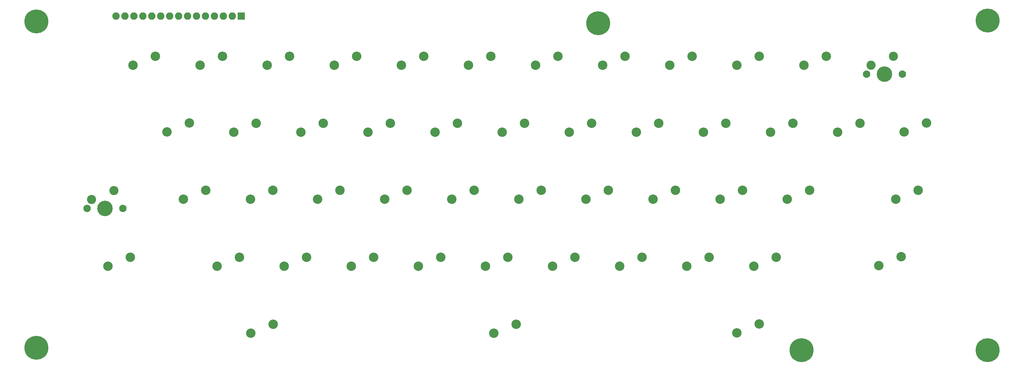
<source format=gbr>
G04 #@! TF.GenerationSoftware,KiCad,Pcbnew,6.0.1-79c1e3a40b~116~ubuntu21.04.1*
G04 #@! TF.CreationDate,2022-06-30T07:28:59-05:00*
G04 #@! TF.ProjectId,Keyboard,4b657962-6f61-4726-942e-6b696361645f,rev?*
G04 #@! TF.SameCoordinates,Original*
G04 #@! TF.FileFunction,Soldermask,Top*
G04 #@! TF.FilePolarity,Negative*
%FSLAX46Y46*%
G04 Gerber Fmt 4.6, Leading zero omitted, Abs format (unit mm)*
G04 Created by KiCad (PCBNEW 6.0.1-79c1e3a40b~116~ubuntu21.04.1) date 2022-06-30 07:28:59*
%MOMM*%
%LPD*%
G01*
G04 APERTURE LIST*
G04 Aperture macros list*
%AMRoundRect*
0 Rectangle with rounded corners*
0 $1 Rounding radius*
0 $2 $3 $4 $5 $6 $7 $8 $9 X,Y pos of 4 corners*
0 Add a 4 corners polygon primitive as box body*
4,1,4,$2,$3,$4,$5,$6,$7,$8,$9,$2,$3,0*
0 Add four circle primitives for the rounded corners*
1,1,$1+$1,$2,$3*
1,1,$1+$1,$4,$5*
1,1,$1+$1,$6,$7*
1,1,$1+$1,$8,$9*
0 Add four rect primitives between the rounded corners*
20,1,$1+$1,$2,$3,$4,$5,0*
20,1,$1+$1,$4,$5,$6,$7,0*
20,1,$1+$1,$6,$7,$8,$9,0*
20,1,$1+$1,$8,$9,$2,$3,0*%
G04 Aperture macros list end*
%ADD10C,2.686000*%
%ADD11C,4.400000*%
%ADD12C,2.100000*%
%ADD13C,2.600000*%
%ADD14C,6.800000*%
%ADD15RoundRect,0.200000X-0.850000X0.850000X-0.850000X-0.850000X0.850000X-0.850000X0.850000X0.850000X0*%
%ADD16O,2.100000X2.100000*%
G04 APERTURE END LIST*
D10*
X245745000Y-119380000D03*
X239395000Y-121920000D03*
X74295000Y-119380000D03*
X67945000Y-121920000D03*
X93345000Y-119380000D03*
X86995000Y-121920000D03*
X112395000Y-119380000D03*
X106045000Y-121920000D03*
X131445000Y-119380000D03*
X125095000Y-121920000D03*
X150495000Y-119380000D03*
X144145000Y-121920000D03*
X169545000Y-119380000D03*
X163195000Y-121920000D03*
X188595000Y-119380000D03*
X182245000Y-121920000D03*
X207645000Y-119380000D03*
X201295000Y-121920000D03*
X226695000Y-119380000D03*
X220345000Y-121920000D03*
X245740000Y-195520000D03*
X239390000Y-198060000D03*
X264740000Y-119420000D03*
X258390000Y-121960000D03*
X274320000Y-138430000D03*
X267970000Y-140970000D03*
X260032000Y-157480000D03*
X253682000Y-160020000D03*
X231458000Y-176530000D03*
X225108000Y-179070000D03*
X250508000Y-176530000D03*
X244158000Y-179070000D03*
X88582500Y-157480000D03*
X82232500Y-160020000D03*
X174308000Y-176530000D03*
X167958000Y-179070000D03*
X136208000Y-176530000D03*
X129858000Y-179070000D03*
X126682000Y-157480000D03*
X120332000Y-160020000D03*
X121920000Y-138430000D03*
X115570000Y-140970000D03*
X145732000Y-157480000D03*
X139382000Y-160020000D03*
X164782000Y-157480000D03*
X158432000Y-160020000D03*
X183832000Y-157480000D03*
X177482000Y-160020000D03*
X217170000Y-138430000D03*
X210820000Y-140970000D03*
X202882000Y-157480000D03*
X196532000Y-160020000D03*
X221932000Y-157480000D03*
X215582000Y-160020000D03*
X240982000Y-157480000D03*
X234632000Y-160020000D03*
X212408000Y-176530000D03*
X206058000Y-179070000D03*
X193358000Y-176530000D03*
X187008000Y-179070000D03*
X236220000Y-138430000D03*
X229870000Y-140970000D03*
X255270000Y-138430000D03*
X248920000Y-140970000D03*
X83940000Y-138420000D03*
X77590000Y-140960000D03*
X140970000Y-138430000D03*
X134620000Y-140970000D03*
X107632000Y-157480000D03*
X101282000Y-160020000D03*
X160020000Y-138430000D03*
X153670000Y-140970000D03*
X198120000Y-138430000D03*
X191770000Y-140970000D03*
X155258000Y-176530000D03*
X148908000Y-179070000D03*
X102870000Y-138430000D03*
X96520000Y-140970000D03*
X117158000Y-176530000D03*
X110808000Y-179070000D03*
X179070000Y-138430000D03*
X172720000Y-140970000D03*
X98107500Y-176530000D03*
X91757500Y-179070000D03*
X67151200Y-176530000D03*
X60801200Y-179070000D03*
D11*
X59960000Y-162680000D03*
D12*
X54880000Y-162680000D03*
X65040000Y-162680000D03*
D13*
X62500000Y-157600000D03*
X56150000Y-160140000D03*
D10*
X176689000Y-195580000D03*
X170339000Y-198120000D03*
X293240000Y-138420000D03*
X286890000Y-140960000D03*
X107740000Y-195620000D03*
X101390000Y-198160000D03*
X286040000Y-176403000D03*
X279690000Y-178943000D03*
D11*
X281260000Y-124480000D03*
D12*
X286340000Y-124480000D03*
X276180000Y-124480000D03*
D13*
X283800000Y-119400000D03*
X277450000Y-121940000D03*
D14*
X257700000Y-203000000D03*
X40471000Y-109528000D03*
X310596000Y-203000000D03*
X40471000Y-202292000D03*
X200000000Y-110000000D03*
X310600000Y-109300000D03*
D10*
X290840000Y-157480000D03*
X284490000Y-160020000D03*
D15*
X98620000Y-108000000D03*
D16*
X96080000Y-108000000D03*
X93540000Y-108000000D03*
X91000000Y-108000000D03*
X88460000Y-108000000D03*
X85920000Y-108000000D03*
X83380000Y-108000000D03*
X80840000Y-108000000D03*
X78300000Y-108000000D03*
X75760000Y-108000000D03*
X73220000Y-108000000D03*
X70680000Y-108000000D03*
X68140000Y-108000000D03*
X65600000Y-108000000D03*
X63060000Y-108000000D03*
M02*

</source>
